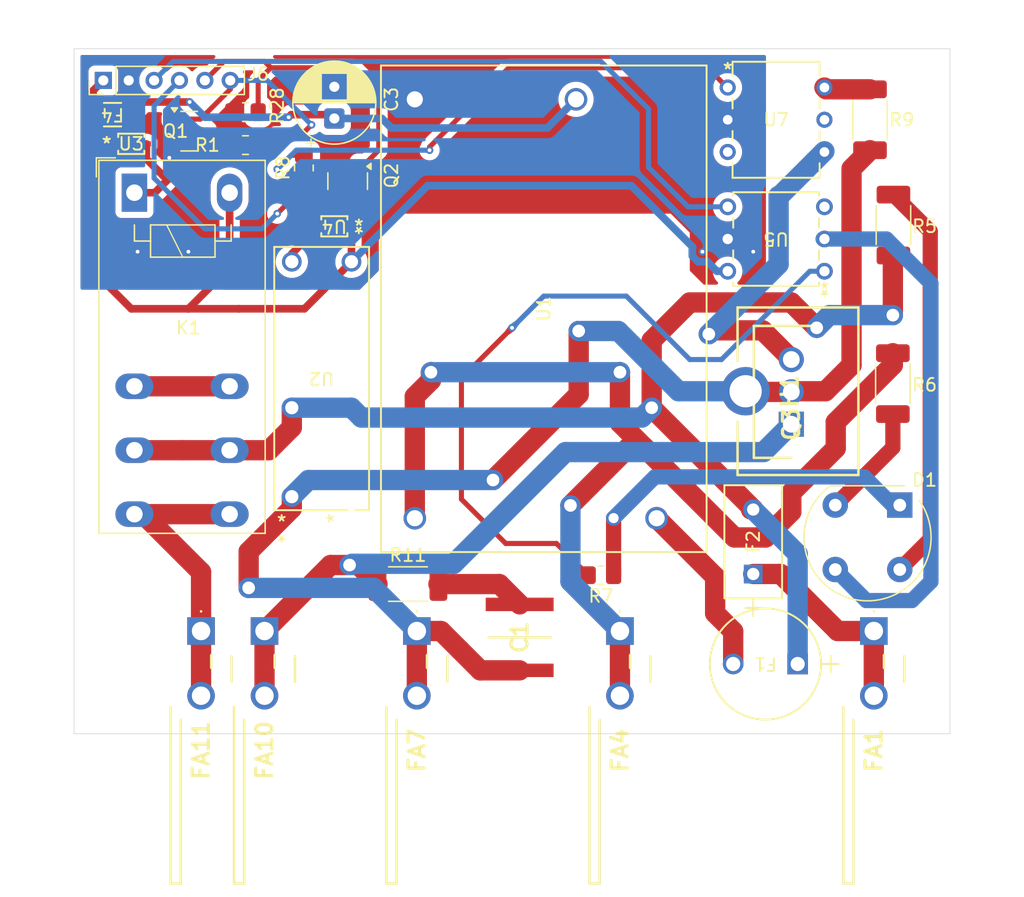
<source format=kicad_pcb>
(kicad_pcb (version 20241229) (generator "pcbnew") (generator_version "9.0")
  (layers (0 "F.Cu" signal) (2 "B.Cu" signal) (13 "F.Paste" user) (15 "B.Paste" user) (5 "F.SilkS" user "F.Silkscreen") (7 "B.SilkS" user "B.Silkscreen") (1 "F.Mask" user) (3 "B.Mask" user) (25 "Edge.Cuts" user))
  (net 0 "")
  (net 1 "GND")
  (net 2 "Net-(U1-+VOUT)")
  (net 3 "230V_L")
  (net 4 "Net-(U1-ACL)")
  (net 5 "Net-(F2-Pad1)")
  (net 6 "230V_N")
  (net 7 "Net-(C1-Pad1)")
  (net 8 "COFFEE_RELAY_L")
  (net 9 "Net-(Q1-D)")
  (net 10 "unconnected-(K1-Pad12)")
  (net 11 "Net-(Q2-D)")
  (net 12 "Net-(D1-+)")
  (net 13 "Net-(D1--)")
  (net 14 "Net-(D1-Pad2)")
  (net 15 "Net-(D1-Pad4)")
  (net 16 "PIN5")
  (net 17 "PIN6")
  (net 18 "Net-(Q3-A1)")
  (net 19 "Net-(R7-Pad2)")
  (net 20 "Net-(R8-Pad2)")
  (net 21 "12V")
  (net 22 "Net-(FA11-Pad1)")
  (net 23 "Net-(Q3-G)")
  (net 27 "PIN3")
  (net 28 "Net-(R9-Pad1)")
  (net 29 "PIN4")
  (footprint "ALDP112:PAN_ALD_PAN" (layer "F.Cu") (at 136.3495 87.3091 180)
    (property "Reference" "U2" (at 2.3495 9.3091 180) (layer "F.SilkS"))
    (property "Value" "ALDP112")
    (fp_text user "*" (at 5.5 -3 180) (layer "F.SilkS"))
    (fp_text user "*" (at 5.5 -2 180) (layer "F.SilkS"))
    (pad "1" thru_hole circle (at 4.7 0 180) (size 1.5494 1.5494) (drill 1.0414) (layers "*.Cu" "*.Mask") (net 8 "COFFEE_RELAY_L"))
    (pad "2" thru_hole circle (at 4.7 7.0104 180) (size 1.5494 1.5494) (drill 1.0414) (layers "*.Cu" "*.Mask") (net 3 "230V_L"))
    (pad "3" thru_hole circle (at 0 18.5166 180) (size 1.5494 1.5494) (drill 1.0414) (layers "*.Cu" "*.Mask") (net 21 "12V"))
    (pad "4" thru_hole circle (at 4.699 18.5166 180) (size 1.5494 1.5494) (drill 1.0414) (layers "*.Cu" "*.Mask") (net 11 "Net-(Q2-D)"))
  )
  (footprint "h11l1:H11L1_ISO" (layer "F.Cu") (at 173.61 69.54 180)
    (property "Reference" "U5" (at 3.81 2.54 180) (layer "F.SilkS"))
    (property "Value" "H11L1")
    (fp_text user "*" (at 0 -1.4224 0) (layer "F.SilkS"))
    (fp_text user "*" (at 0 -1.4224 180) (layer "F.SilkS"))
    (pad "1" thru_hole circle (at 0 0 180) (size 1.3208 1.3208) (drill 0.8128) (layers "*.Cu" "*.Mask") (net 19 "Net-(R7-Pad2)"))
    (pad "2" thru_hole circle (at 0 2.54 180) (size 1.3208 1.3208) (drill 0.8128) (layers "*.Cu" "*.Mask") (net 13 "Net-(D1--)"))
    (pad "3" thru_hole circle (at 0 5.08 180) (size 1.3208 1.3208) (drill 0.8128) (layers "*.Cu" "*.Mask"))
    (pad "4" thru_hole circle (at 7.62 5.08 180) (size 1.3208 1.3208) (drill 0.8128) (layers "*.Cu" "*.Mask") (net 27 "PIN3"))
    (pad "5" thru_hole circle (at 7.62 2.54 180) (size 1.3208 1.3208) (drill 0.8128) (layers "*.Cu" "*.Mask") (net 1 "GND"))
    (pad "6" thru_hole circle (at 7.62 0 180) (size 1.3208 1.3208) (drill 0.8128) (layers "*.Cu" "*.Mask") (net 21 "12V"))
  )
  (footprint "Resistor_SMD:R_2010_5025Metric_Pad1.40x2.65mm_HandSolder" (layer "F.Cu") (at 179 78.4 90)
    (property "Reference" "R6" (at -0.1 2.5 180) (layer "F.SilkS"))
    (property "Value" "47k")
    (pad "1" smd roundrect (at -2.4 0 90) (size 1.4 2.65) (layers "F.Cu" "F.Mask" "F.Paste") (roundrect_rratio 0.178571) (net 14 "Net-(D1-Pad2)"))
    (pad "2" smd roundrect (at 2.4 0 90) (size 1.4 2.65) (layers "F.Cu" "F.Mask" "F.Paste") (roundrect_rratio 0.178571) (net 6 "230V_N"))
  )
  (footprint "ul_0034-6808:FUS_SCHURTER_0034_SCH" (layer "F.Cu") (at 171.5 100.5 180)
    (property "Reference" "F1" (at 2.54 0 180) (layer "F.SilkS"))
    (property "Value" "0034.6808")
    (pad "1" thru_hole rect (at 0 0 180) (size 1.6256 1.6256) (drill 1.1176) (layers "*.Cu" "*.Mask") (net 3 "230V_L"))
    (pad "2" thru_hole circle (at 5.08 0 180) (size 1.6256 1.6256) (drill 1.1176) (layers "*.Cu" "*.Mask") (net 4 "Net-(U1-ACL)"))
  )
  (footprint "Diode_THT:Diode_Bridge_Round_D9.8mm" (layer "F.Cu") (at 179.545 87.975 -90)
    (property "Reference" "D1" (at -1.975 -1.955 180) (layer "F.SilkS"))
    (property "Value" "W04G")
    (pad "1" thru_hole rect (at 0 0 270) (size 2 2) (drill 1) (layers "*.Cu" "*.Mask") (net 12 "Net-(D1-+)"))
    (pad "2" thru_hole oval (at 0 5.08 270) (size 2 2) (drill 1) (layers "*.Cu" "*.Mask") (net 14 "Net-(D1-Pad2)"))
    (pad "3" thru_hole oval (at 5.08 5.08 270) (size 2 2) (drill 1) (layers "*.Cu" "*.Mask") (net 13 "Net-(D1--)"))
    (pad "4" thru_hole oval (at 5.08 0 270) (size 2 2) (drill 1) (layers "*.Cu" "*.Mask") (net 15 "Net-(D1-Pad4)"))
  )
  (footprint "Resistor_SMD:R_0805_2012Metric_Pad1.20x1.40mm_HandSolder" (layer "F.Cu") (at 128 59.6)
    (property "Reference" "R1" (at -3 0 0) (layer "F.SilkS"))
    (property "Value" "10K")
    (pad "1" smd roundrect (at -1 0) (size 1.2 1.4) (layers "F.Cu" "F.Mask" "F.Paste") (roundrect_rratio 0.208333) (net 1 "GND"))
    (pad "2" smd roundrect (at 1 0) (size 1.2 1.4) (layers "F.Cu" "F.Mask" "F.Paste") (roundrect_rratio 0.208333) (net 17 "PIN6"))
  )
  (footprint "Resistor_SMD:R_2010_5025Metric_Pad1.40x2.65mm_HandSolder" (layer "F.Cu") (at 179.045 65.9 90)
    (property "Reference" "R5" (at -0.1 2.455 180) (layer "F.SilkS"))
    (property "Value" "47k")
    (pad "1" smd roundrect (at -2.4 0 90) (size 1.4 2.65) (layers "F.Cu" "F.Mask" "F.Paste") (roundrect_rratio 0.178571) (net 3 "230V_L"))
    (pad "2" smd roundrect (at 2.4 0 90) (size 1.4 2.65) (layers "F.Cu" "F.Mask" "F.Paste") (roundrect_rratio 0.178571) (net 15 "Net-(D1-Pad4)"))
  )
  (footprint "7178DG:7178DG" (layer "F.Cu") (at 167.4 79 90)
    (property "Reference" "H1" (at 0 3.49 90) (layer "F.SilkS") (effects (font (size 1.27 1.27) (thickness 0.254))))
    (property "Value" "7178DG" (hide yes))
    (pad "1" thru_hole circle (at 0 0 90) (size 3.81 3.81) (drill 2.54) (layers "*.Cu" "*.Mask") (net 8 "COFFEE_RELAY_L"))
  )
  (footprint "MOC3021M:PDIP6_BX_ONS" (layer "F.Cu") (at 165.99 55.06)
    (property "Reference" "U7" (at 3.81 2.54 0) (layer "F.SilkS"))
    (property "Value" "MOC3021M")
    (fp_text user "*" (at 0 -1.397 0) (layer "F.SilkS"))
    (fp_text user "*" (at 0 -1.397 0) (layer "F.SilkS"))
    (pad "1" thru_hole circle (at 0 0) (size 1.27 1.27) (drill 0.762) (layers "*.Cu" "*.Mask") (net 20 "Net-(R8-Pad2)"))
    (pad "2" thru_hole circle (at 0 2.54) (size 1.27 1.27) (drill 0.762) (layers "*.Cu" "*.Mask") (net 1 "GND"))
    (pad "3" thru_hole circle (at 0 5.08) (size 1.27 1.27) (drill 0.762) (layers "*.Cu" "*.Mask"))
    (pad "4" thru_hole circle (at 7.62 5.08) (size 1.27 1.27) (drill 0.762) (layers "*.Cu" "*.Mask") (net 23 "Net-(Q3-G)"))
    (pad "5" thru_hole circle (at 7.62 2.54) (size 1.27 1.27) (drill 0.762) (layers "*.Cu" "*.Mask"))
    (pad "6" thru_hole circle (at 7.62 0) (size 1.27 1.27) (drill 0.762) (layers "*.Cu" "*.Mask") (net 28 "Net-(R9-Pad1)"))
  )
  (footprint "160650-2:1606502" (layer "F.Cu") (at 177.5 97.9 -90)
    (property "Reference" "FA1" (at 9.406 0 270) (layer "F.SilkS") (effects (font (size 1.27 1.27) (thickness 0.254))))
    (property "Value" "230 Live" (hide yes))
    (pad "1" thru_hole rect (at 0 0 270) (size 2.175 2.175) (drill 1.45) (layers "*.Cu" "*.Mask") (net 5 "Net-(F2-Pad1)"))
    (pad "2" thru_hole circle (at 5.1 0 270) (size 2.175 2.175) (drill 1.45) (layers "*.Cu" "*.Mask") (net 5 "Net-(F2-Pad1)"))
  )
  (footprint "VJ2220Y103KXUSTX2:CAPC5651X218N" (layer "F.Cu") (at 149.6 98.4 -90)
    (property "Reference" "C1" (at 0 0 270) (layer "F.SilkS") (effects (font (size 1.27 1.27) (thickness 0.254))))
    (property "Value" "VJ2220Y103KXUSTX2" (hide yes))
    (pad "1" smd rect (at -2.6 0 270) (size 1.06 5.35) (layers "F.Cu" "F.Mask" "F.Paste") (net 7 "Net-(C1-Pad1)"))
    (pad "2" smd rect (at 2.6 0 270) (size 1.06 5.35) (layers "F.Cu" "F.Mask" "F.Paste") (net 8 "COFFEE_RELAY_L"))
  )
  (footprint "160650-2:1606502" (layer "F.Cu") (at 124.5 97.9 -90)
    (property "Reference" "FA11" (at 9.406 0 270) (layer "F.SilkS") (effects (font (size 1.27 1.27) (thickness 0.254))))
    (property "Value" "Pump Relay" (hide yes))
    (pad "1" thru_hole rect (at 0 0 270) (size 2.175 2.175) (drill 1.45) (layers "*.Cu" "*.Mask") (net 22 "Net-(FA11-Pad1)"))
    (pad "2" thru_hole circle (at 5.1 0 270) (size 2.175 2.175) (drill 1.45) (layers "*.Cu" "*.Mask") (net 22 "Net-(FA11-Pad1)"))
  )
  (footprint "BAT46WJ-115:SC-90_SOD323F_NEX" (layer "F.Cu") (at 119 59.5)
    (property "Reference" "U3" (at 0 0 0) (layer "F.SilkS"))
    (property "Value" "BAT46WJ_115")
    (fp_text user "*" (at -1.9304 0 0) (layer "F.SilkS"))
    (fp_text user "*" (at -1.9304 0 0) (layer "F.SilkS"))
    (pad "1" smd rect (at -1.1938 0) (size 0.7112 0.4064) (layers "F.Cu" "F.Mask" "F.Paste") (net 21 "12V"))
    (pad "2" smd rect (at 1.1938 0) (size 0.7112 0.4064) (layers "F.Cu" "F.Mask" "F.Paste") (net 9 "Net-(Q1-D)"))
    (zone (net 0) (net_name "") (layer "F.Cu") (connect_pads (clearance 0)) (min_thickness 0.254)
      (keepout (tracks not_allowed) (vias not_allowed) (pads allowed) (copperpour not_allowed) (footprints allowed))
      (fill (thermal_gap 0.508) (thermal_bridge_width 0.508))
      (polygon (pts (xy 118.2126 58.8777) (xy 119.7874 58.8777) (xy 119.7874 60.1223) (xy 118.2126 60.1223)))
    )
  )
  (footprint "Resistor_SMD:R_2010_5025Metric_Pad1.40x2.65mm_HandSolder" (layer "F.Cu") (at 140.8 94.2)
    (property "Reference" "R11" (at 0 -2.28 0) (layer "F.SilkS"))
    (property "Value" "39")
    (pad "1" smd roundrect (at -2.4 0) (size 1.4 2.65) (layers "F.Cu" "F.Mask" "F.Paste") (roundrect_rratio 0.178571) (net 18 "Net-(Q3-A1)"))
    (pad "2" smd roundrect (at 2.4 0) (size 1.4 2.65) (layers "F.Cu" "F.Mask" "F.Paste") (roundrect_rratio 0.178571) (net 7 "Net-(C1-Pad1)"))
  )
  (footprint "Relay_THT:Relay_SPDT_Schrack-RT1-16A-FormC_RM5mm" (layer "F.Cu") (at 119.25 63.35 -90)
    (property "Reference" "K1" (at 10.65 -4.25 180) (layer "F.SilkS"))
    (property "Value" "RT314A12")
    (pad "11" thru_hole oval (at 20.3 -7.5 90) (size 2 3) (drill 1.3) (layers "*.Cu" "*.Mask") (net 3 "230V_L"))
    (pad "11" thru_hole oval (at 20.3 0 90) (size 2 3) (drill 1.3) (layers "*.Cu" "*.Mask") (net 3 "230V_L"))
    (pad "12" thru_hole oval (at 15.26 -7.5 90) (size 2 3) (drill 1.3) (layers "*.Cu" "*.Mask") (net 10 "unconnected-(K1-Pad12)"))
    (pad "12" thru_hole oval (at 15.26 0 90) (size 2 3) (drill 1.3) (layers "*.Cu" "*.Mask") (net 10 "unconnected-(K1-Pad12)"))
    (pad "14" thru_hole oval (at 25.34 -7.5 90) (size 2 3) (drill 1.3) (layers "*.Cu" "*.Mask") (net 22 "Net-(FA11-Pad1)"))
    (pad "14" thru_hole oval (at 25.34 0 90) (size 2 3) (drill 1.3) (layers "*.Cu" "*.Mask") (net 22 "Net-(FA11-Pad1)"))
    (pad "A1" thru_hole rect (at 0 0 90) (size 3 2) (drill 1.3) (layers "*.Cu" "*.Mask") (net 9 "Net-(Q1-D)"))
    (pad "A2" thru_hole oval (at 0 -7.5 90) (size 3 2) (drill 1.3) (layers "*.Cu" "*.Mask") (net 21 "12V"))
  )
  (footprint "Resistor_SMD:R_0805_2012Metric_Pad1.20x1.40mm_HandSolder" (layer "F.Cu") (at 156 93.5 180)
    (property "Reference" "R7" (at 0 -1.65 0) (layer "F.SilkS"))
    (property "Value" "1k")
    (pad "1" smd roundrect (at -1 0 180) (size 1.2 1.4) (layers "F.Cu" "F.Mask" "F.Paste") (roundrect_rratio 0.208333) (net 12 "Net-(D1-+)"))
    (pad "2" smd roundrect (at 1 0 180) (size 1.2 1.4) (layers "F.Cu" "F.Mask" "F.Paste") (roundrect_rratio 0.208333) (net 19 "Net-(R7-Pad2)"))
  )
  (footprint "MountingHole:ToolingHole_1.152mm" (layer "F.Cu") (at 117 103.5)
    (property "Reference" "REF**" (hide yes))
    (property "Value" "ToolingHole_1.152mm")
    (pad "" np_thru_hole circle (at 0 0) (size 1.152 1.152) (drill 1.152) (layers "*.Cu" "*.Mask"))
    (zone (net 0) (net_name "") (layers "F.Cu" "B.Cu") (connect_pads (clearance 0)) (min_thickness 0.25)
      (keepout (tracks not_allowed) (vias allowed) (pads allowed) (copperpour not_allowed) (footprints not_allowed))
      (fill (thermal_gap 0.5) (thermal_bridge_width 0.5))
      (polygon (pts (xy 117.7 103.5) (xy 117.679659 103.332479) (xy 117.619819 103.174694) (xy 117.523958 103.035814) (xy 117.397645 102.923911) (xy 117.248223 102.845489) (xy 117.084376 102.805104) (xy 116.915624 102.805104) (xy 116.751777 102.845489) (xy 116.602355 102.923911) (xy 116.476042 103.035814) (xy 116.380181 103.174694) (xy 116.320341 103.332479) (xy 116.3 103.5) (xy 116.320341 103.667521) (xy 116.380181 103.825306) (xy 116.476042 103.964186) (xy 116.602355 104.076089) (xy 116.751777 104.154511) (xy 116.915624 104.194896) (xy 117.084376 104.194896) (xy 117.248223 104.154511) (xy 117.397645 104.076089) (xy 117.523958 103.964186) (xy 117.619819 103.825306) (xy 117.679659 103.667521)))
    )
  )
  (footprint "Package_TO_SOT_SMD:SOT-23" (layer "F.Cu") (at 123.5625 58.5)
    (property "Reference" "Q1" (at -1.0625 0 0) (layer "F.SilkS"))
    (property "Value" "BSS138")
    (pad "1" smd roundrect (at -0.9375 -0.95) (size 1.475 0.6) (layers "F.Cu" "F.Mask" "F.Paste") (net 17 "PIN6"))
    (pad "2" smd roundrect (at -0.9375 0.95) (size 1.475 0.6) (layers "F.Cu" "F.Mask" "F.Paste") (net 1 "GND"))
    (pad "3" smd roundrect (at 0.9375 0) (size 1.475 0.6) (layers "F.Cu" "F.Mask" "F.Paste") (net 9 "Net-(Q1-D)"))
  )
  (footprint "3413-0215-22:FUS1206_24N_SCH" (layer "F.Cu") (at 117.5268 57.2 180)
    (property "Reference" "F4" (at 0 0 180) (layer "F.SilkS"))
    (property "Value" "3413.0215.22")
    (pad "1" smd rect (at -1.4732 0 180) (size 0.9652 1.6002) (layers "F.Cu" "F.Mask" "F.Paste") (net 2 "Net-(U1-+VOUT)"))
    (pad "2" smd rect (at 1.4732 0 180) (size 0.9652 1.6002) (layers "F.Cu" "F.Mask" "F.Paste") (net 21 "12V"))
    (zone (net 0) (net_name "") (layer "F.Cu") (connect_pads (clearance 0)) (min_thickness 0.254)
      (keepout (tracks not_allowed) (vias not_allowed) (pads allowed) (copperpour not_allowed) (footprints allowed))
      (fill (thermal_gap 0.508) (thermal_bridge_width 0.508))
      (polygon (pts (xy 118.4666 57.9493) (xy 116.587 57.9493) (xy 116.587 56.4507) (xy 118.4666 56.4507)))
    )
  )
  (footprint "Resistor_SMD:R_0805_2012Metric_Pad1.20x1.40mm_HandSolder" (layer "F.Cu") (at 132.6 61.4 90)
    (property "Reference" "R8" (at 0 -1.65 90) (layer "F.SilkS"))
    (property "Value" "86.6")
    (pad "1" smd roundrect (at -1 0 90) (size 1.2 1.4) (layers "F.Cu" "F.Mask" "F.Paste") (roundrect_rratio 0.208333) (net 29 "PIN4"))
    (pad "2" smd roundrect (at 1 0 90) (size 1.2 1.4) (layers "F.Cu" "F.Mask" "F.Paste") (roundrect_rratio 0.208333) (net 20 "Net-(R8-Pad2)"))
  )
  (footprint "160650-2:1606502" (layer "F.Cu") (at 157.5 97.9 -90)
    (property "Reference" "FA4" (at 9.406 0 270) (layer "F.SilkS") (effects (font (size 1.27 1.27) (thickness 0.254))))
    (property "Value" "230 Neutral" (hide yes))
    (pad "1" thru_hole rect (at 0 0 270) (size 2.175 2.175) (drill 1.45) (layers "*.Cu" "*.Mask") (net 6 "230V_N"))
    (pad "2" thru_hole circle (at 5.1 0 270) (size 2.175 2.175) (drill 1.45) (layers "*.Cu" "*.Mask") (net 6 "230V_N"))
  )
  (footprint "bat16-600:TO255P460X1020X2005-3P" (layer "F.Cu") (at 171 81.6 90)
    (property "Reference" "Q3" (at 0 0 90) (layer "F.SilkS") (effects (font (size 1.27 1.27) (thickness 0.254))))
    (property "Value" "BTA16-600BWRG" (hide yes))
    (pad "1" thru_hole rect (at 0 0 90) (size 1.98 1.98) (drill 1.32) (layers "*.Cu" "*.Mask") (net 18 "Net-(Q3-A1)"))
    (pad "2" thru_hole circle (at 2.55 0 90) (size 1.98 1.98) (drill 1.32) (layers "*.Cu" "*.Mask") (net 8 "COFFEE_RELAY_L"))
    (pad "3" thru_hole circle (at 5.1 0 90) (size 1.98 1.98) (drill 1.32) (layers "*.Cu" "*.Mask") (net 23 "Net-(Q3-G)"))
  )
  (footprint "160650-2:1606502" (layer "F.Cu") (at 129.5 97.9 -90)
    (property "Reference" "FA10" (at 9.406 0 270) (layer "F.SilkS") (effects (font (size 1.27 1.27) (thickness 0.254))))
    (property "Value" "PumpOut" (hide yes))
    (pad "1" thru_hole rect (at 0 0 270) (size 2.175 2.175) (drill 1.45) (layers "*.Cu" "*.Mask") (net 18 "Net-(Q3-A1)"))
    (pad "2" thru_hole circle (at 5.1 0 270) (size 2.175 2.175) (drill 1.45) (layers "*.Cu" "*.Mask") (net 18 "Net-(Q3-A1)"))
  )
  (footprint "Capacitor_THT:CP_Radial_D6.3mm_P2.50mm" (layer "F.Cu") (at 135 57.5 90)
    (property "Reference" "C3" (at 1.5 4.5 90) (layer "F.SilkS"))
    (property "Value" "100uF")
    (pad "1" thru_hole roundrect (at 0 0 90) (size 1.6 1.6) (drill 0.8) (layers "*.Cu" "*.Mask") (roundrect_rratio 0.15625) (net 2 "Net-(U1-+VOUT)"))
    (pad "2" thru_hole circle (at 2.5 0 90) (size 1.6 1.6) (drill 0.8) (layers "*.Cu" "*.Mask") (net 1 "GND"))
  )
  (footprint "Resistor_SMD:R_2010_5025Metric_Pad1.40x2.65mm_HandSolder" (layer "F.Cu") (at 177.2 57.6 -90)
    (property "Reference" "R9" (at 0 -2.5 0) (layer "F.SilkS"))
    (property "Value" "330")
    (pad "1" smd roundrect (at -2.4 0 270) (size 1.4 2.65) (layers "F.Cu" "F.Mask" "F.Paste") (roundrect_rratio 0.178571) (net 28 "Net-(R9-Pad1)"))
    (pad "2" smd roundrect (at 2.4 0 270) (size 1.4 2.65) (layers "F.Cu" "F.Mask" "F.Paste") (roundrect_rratio 0.178571) (net 8 "COFFEE_RELAY_L"))
  )
  (footprint "160650-2:1606502" (layer "F.Cu") (at 141.5 97.9 -90)
    (property "Reference" "FA7" (at 9.406 0 270) (layer "F.SilkS") (effects (font (size 1.27 1.27) (thickness 0.254))))
    (property "Value" "Coffee Relay" (hide yes))
    (pad "1" thru_hole rect (at 0 0 270) (size 2.175 2.175) (drill 1.45) (layers "*.Cu" "*.Mask") (net 8 "COFFEE_RELAY_L"))
    (pad "2" thru_hole circle (at 5.1 0 270) (size 2.175 2.175) (drill 1.45) (layers "*.Cu" "*.Mask") (net 8 "COFFEE_RELAY_L"))
  )
  (footprint "Resistor_SMD:R_0805_2012Metric_Pad1.20x1.40mm_HandSolder" (layer "F.Cu") (at 128 57)
    (property "Reference" "R28" (at 2.5 -0.5 90) (layer "F.SilkS"))
    (property "Value" "10K")
    (pad "1" smd roundrect (at -1 0) (size 1.2 1.4) (layers "F.Cu" "F.Mask" "F.Paste") (roundrect_rratio 0.208333) (net 1 "GND"))
    (pad "2" smd roundrect (at 1 0) (size 1.2 1.4) (layers "F.Cu" "F.Mask" "F.Paste") (roundrect_rratio 0.208333) (net 16 "PIN5"))
  )
  (footprint "MountingHole:ToolingHole_1.152mm" (layer "F.Cu") (at 181 54.5)
    (property "Reference" "REF**" (hide yes))
    (property "Value" "ToolingHole_1.152mm")
    (pad "" np_thru_hole circle (at 0 0) (size 1.152 1.152) (drill 1.152) (layers "*.Cu" "*.Mask"))
    (zone (net 0) (net_name "") (layers "F.Cu" "B.Cu") (connect_pads (clearance 0)) (min_thickness 0.25)
      (keepout (tracks not_allowed) (vias allowed) (pads allowed) (copperpour not_allowed) (footprints not_allowed))
      (fill (thermal_gap 0.5) (thermal_bridge_width 0.5))
      (polygon (pts (xy 181.7 54.5) (xy 181.679659 54.332479) (xy 181.619819 54.174694) (xy 181.523958 54.035814) (xy 181.397645 53.923911) (xy 181.248223 53.845489) (xy 181.084376 53.805104) (xy 180.915624 53.805104) (xy 180.751777 53.845489) (xy 180.602355 53.923911) (xy 180.476042 54.035814) (xy 180.380181 54.174694) (xy 180.320341 54.332479) (xy 180.3 54.5) (xy 180.320341 54.667521) (xy 180.380181 54.825306) (xy 180.476042 54.964186) (xy 180.602355 55.076089) (xy 180.751777 55.154511) (xy 180.915624 55.194896) (xy 181.084376 55.194896) (xy 181.248223 55.154511) (xy 181.397645 55.076089) (xy 181.523958 54.964186) (xy 181.619819 54.825306) (xy 181.679659 54.667521)))
    )
  )
  (footprint "ECE10US05:RELAY4_ECE10_XPR" (layer "F.Cu") (at 142.61 89.01 90)
    (property "Reference" "U1" (at 16.51 8.89 90) (layer "F.SilkS"))
    (property "Value" "ECE10US12")
    (fp_text user "*" (at 0 -7.62 90) (layer "F.SilkS"))
    (fp_text user "*" (at 0 -7.62 90) (layer "F.SilkS"))
    (pad "1" thru_hole circle (at 0 -1.27 90) (size 1.778 1.778) (drill 1.27) (layers "*.Cu" "*.Mask") (net 6 "230V_N"))
    (pad "2" thru_hole circle (at 0 17.78 90) (size 1.778 1.778) (drill 1.27) (layers "*.Cu" "*.Mask") (net 4 "Net-(U1-ACL)"))
    (pad "3" thru_hole circle (at 33.02 -1.27 90) (size 1.778 1.778) (drill 1.27) (layers "*.Cu" "*.Mask") (net 1 "GND"))
    (pad "4" thru_hole circle (at 33.02 11.43 90) (size 1.778 1.778) (drill 1.27) (layers "*.Cu" "*.Mask") (net 2 "Net-(U1-+VOUT)"))
  )
  (footprint "0697H9100-02:0697_BEL" (layer "F.Cu") (at 168 93.405 90)
    (property "Reference" "F2" (at 2.54 0 90) (layer "F.SilkS"))
    (property "Value" "0697H9100-02")
    (pad "1" thru_hole rect (at 0 0 90) (size 1.4732 1.4732) (drill 0.9652) (layers "*.Cu" "*.Mask") (net 5 "Net-(F2-Pad1)"))
    (pad "2" thru_hole circle (at 5.08 0 90) (size 1.4732 1.4732) (drill 0.9652) (layers "*.Cu" "*.Mask") (net 3 "230V_L"))
  )
  (footprint "Connector_PinHeader_2.00mm:PinHeader_1x06_P2.00mm_Vertical" (layer "F.Cu") (at 116.8 54.5 90)
    (property "Reference" "J6" (at 0.5 12.2 180) (layer "F.SilkS"))
    (property "Value" "Controller board")
    (pad "1" thru_hole rect (at 0 0 90) (size 1.35 1.35) (drill 0.8) (layers "*.Cu" "*.Mask") (net 21 "12V"))
    (pad "2" thru_hole circle (at 0 2 90) (size 1.35 1.35) (drill 0.8) (layers "*.Cu" "*.Mask") (net 1 "GND"))
    (pad "3" thru_hole circle (at 0 4 90) (size 1.35 1.35) (drill 0.8) (layers "*.Cu" "*.Mask") (net 27 "PIN3"))
    (pad "4" thru_hole circle (at 0 6 90) (size 1.35 1.35) (drill 0.8) (layers "*.Cu" "*.Mask") (net 29 "PIN4"))
    (pad "5" thru_hole circle (at 0 8 90) (size 1.35 1.35) (drill 0.8) (layers "*.Cu" "*.Mask") (net 16 "PIN5"))
    (pad "6" thru_hole circle (at 0 10 90) (size 1.35 1.35) (drill 0.8) (layers "*.Cu" "*.Mask") (net 17 "PIN6"))
  )
  (footprint "BAT46WJ-115:SC-90_SOD323F_NEX" (layer "F.Cu") (at 135 66 180)
    (property "Reference" "U4" (at 0 0 180) (layer "F.SilkS"))
    (property "Value" "BAT46WJ_115")
    (fp_text user "*" (at -1.9304 0 180) (layer "F.SilkS"))
    (fp_text user "*" (at -1.9304 0 180) (layer "F.SilkS"))
    (pad "1" smd rect (at -1.1938 0 180) (size 0.7112 0.4064) (layers "F.Cu" "F.Mask" "F.Paste") (net 21 "12V"))
    (pad "2" smd rect (at 1.1938 0 180) (size 0.7112 0.4064) (layers "F.Cu" "F.Mask" "F.Paste") (net 11 "Net-(Q2-D)"))
    (zone (net 0) (net_name "") (layer "F.Cu") (connect_pads (clearance 0)) (min_thickness 0.254)
      (keepout (tracks not_allowed) (vias not_allowed) (pads allowed) (copperpour not_allowed) (footprints allowed))
      (fill (thermal_gap 0.508) (thermal_bridge_width 0.508))
      (polygon (pts (xy 135.7874 66.6223) (xy 134.2126 66.6223) (xy 134.2126 65.3777) (xy 135.7874 65.3777)))
    )
  )
  (footprint "Package_TO_SOT_SMD:SOT-23" (layer "F.Cu") (at 136.05 62.4375 -90)
    (property "Reference" "Q2" (at -0.4375 -3.45 90) (layer "F.SilkS"))
    (property "Value" "BSS138")
    (pad "1" smd roundrect (at -0.9375 -0.95 270) (size 1.475 0.6) (layers "F.Cu" "F.Mask" "F.Paste") (net 16 "PIN5"))
    (pad "2" smd roundrect (at -0.9375 0.95 270) (size 1.475 0.6) (layers "F.Cu" "F.Mask" "F.Paste") (net 1 "GND"))
    (pad "3" smd roundrect (at 0.9375 0 270) (size 1.475 0.6) (layers "F.Cu" "F.Mask" "F.Paste") (net 11 "Net-(Q2-D)"))
  )
  (gr_rect (start 114.5 52) (end 183.5 106) (stroke (width 0.05)) (fill no) (layer "Edge.Cuts"))
  (via (at 119.5 68) (size 0.6) (drill 0.3) (layers "F.Cu" "B.Cu") (net 1))
  (via (at 123.502872 68) (size 0.6) (drill 0.3) (layers "F.Cu" "B.Cu") (net 1))
  (via (at 164 68) (size 0.6) (drill 0.3) (layers "F.Cu" "B.Cu") (net 1))
  (via (at 122 60.6) (size 0.6) (drill 0.3) (layers "F.Cu" "B.Cu") (net 1))
  (via (at 168 68) (size 0.6) (drill 0.3) (layers "F.Cu" "B.Cu") (net 1))
  (segment (start 131.601 57.199) (end 131.4 57.4) (width 0.6) (layer "F.Cu") (net 2))
  (segment (start 135 57.5) (end 134.699 57.199) (width 0.6) (layer "F.Cu") (net 2))
  (segment (start 120 56.2) (end 123.6 56.2) (width 0.6) (layer "F.Cu") (net 2))
  (segment (start 134.699 57.199) (end 131.601 57.199) (width 0.6) (layer "F.Cu") (net 2))
  (segment (start 119 57.2) (end 120 56.2) (width 0.6) (layer "F.Cu") (net 2))
  (via (at 131.4 57.4) (size 0.6) (drill 0.3) (layers "F.Cu" "B.Cu") (net 2))
  (via (at 123.6 56.2) (size 0.6) (drill 0.3) (layers "F.Cu" "B.Cu") (net 2))
  (segment (start 138.75 57.5) (end 139.5 58.25) (width 0.6) (layer "B.Cu") (net 2))
  (segment (start 124.8 57.4) (end 131.4 57.4) (width 0.6) (layer "B.Cu") (net 2))
  (segment (start 139.5 58.25) (end 151.78 58.25) (width 0.6) (layer "B.Cu") (net 2))
  (segment (start 151.78 58.25) (end 154.030029 55.999971) (width 0.6) (layer "B.Cu") (net 2))
  (segment (start 123.6 56.2) (end 124.8 57.4) (width 0.6) (layer "B.Cu") (net 2))
  (segment (start 135 57.5) (end 138.75 57.5) (width 0.6) (layer "B.Cu") (net 2))
  (segment (start 131.6495 81.8505) (end 129.85 83.65) (width 1.6) (layer "F.Cu") (net 3))
  (segment (start 168 88.325) (end 168 88.3) (width 1.6) (layer "F.Cu") (net 3))
  (segment (start 119.25 83.65) (end 123 83.65) (width 1.6) (layer "F.Cu") (net 3))
  (segment (start 168 88.3) (end 160 80.3) (width 1.6) (layer "F.Cu") (net 3))
  (segment (start 160 75) (end 160 80.3) (width 1.6) (layer "F.Cu") (net 3))
  (segment (start 171 72) (end 163 72) (width 1.6) (layer "F.Cu") (net 3))
  (segment (start 123 83.65) (end 126.75 83.65) (width 1.6) (layer "F.Cu") (net 3))
  (segment (start 129.85 83.65) (end 126.75 83.65) (width 1.6) (layer "F.Cu") (net 3))
  (segment (start 179 73) (end 179 68.345) (width 1.6) (layer "F.Cu") (net 3))
  (segment (start 168 88.325) (end 167.825 88.325) (width 1.6) (layer "F.Cu") (net 3))
  (segment (start 131.6495 80.2987) (end 131.6495 81.8505) (width 1.6) (layer "F.Cu") (net 3))
  (segment (start 163 72) (end 160 75) (width 1.6) (layer "F.Cu") (net 3))
  (segment (start 173 74) (end 171 72) (width 1.6) (layer "F.Cu") (net 3))
  (segment (start 179 68.345) (end 179.045 68.3) (width 1.6) (layer "F.Cu") (net 3))
  (via (at 179 73) (size 1.6) (drill 1) (layers "F.Cu" "B.Cu") (net 3))
  (via (at 160 80.3) (size 1.6) (drill 1) (layers "F.Cu" "B.Cu") (net 3))
  (via (at 173 74) (size 1.6) (drill 1) (layers "F.Cu" "B.Cu") (net 3))
  (segment (start 171.5 91.825) (end 168 88.325) (width 1.6) (layer "B.Cu") (net 3))
  (segment (start 137.1242 81.0734) (end 159.2266 81.0734) (width 1.6) (layer "B.Cu") (net 3))
  (segment (start 136.3495 80.2987) (end 137.1242 81.0734) (width 1.6) (layer "B.Cu") (net 3))
  (segment (start 131.6495 80.2987) (end 136.3495 80.2987) (width 1.6) (layer "B.Cu") (net 3))
  (segment (start 179 73) (end 174 73) (width 1.6) (layer "B.Cu") (net 3))
  (segment (start 171.5 100.5) (end 171.5 91.825) (width 1.6) (layer "B.Cu") (net 3))
  (segment (start 174 73) (end 173 74) (width 1.6) (layer "B.Cu") (net 3))
  (segment (start 159.2266 81.0734) (end 160 80.3) (width 1.6) (layer "B.Cu") (net 3))
  (segment (start 166.42 97.92) (end 165 96.5) (width 1.6) (layer "F.Cu") (net 4))
  (segment (start 166.42 100.5) (end 166.42 97.92) (width 1.6) (layer "F.Cu") (net 4))
  (segment (start 165 93.62) (end 165 94.25) (width 1.6) (layer "F.Cu") (net 4))
  (segment (start 165 96.5) (end 165 94.25) (width 1.6) (layer "F.Cu") (net 4))
  (segment (start 160.39 89.01) (end 165 93.62) (width 1.6) (layer "F.Cu") (net 4))
  (segment (start 170.155 93.405) (end 174.65 97.9) (width 1.6) (layer "F.Cu") (net 5))
  (segment (start 177.5 97.9) (end 177.5 103) (width 1.6) (layer "F.Cu") (net 5))
  (segment (start 174.65 97.9) (end 177.5 97.9) (width 1.6) (layer "F.Cu") (net 5))
  (segment (start 168 93.405) (end 170.155 93.405) (width 1.6) (layer "F.Cu") (net 5))
  (segment (start 157.5 97.9) (end 157.5 103) (width 1.6) (layer "F.Cu") (net 6))
  (segment (start 142.61 77.5) (end 142.61 78.14) (width 1.6) (layer "F.Cu") (net 6))
  (segment (start 168.974 90.526) (end 171 88.5) (width 1.6) (layer "F.Cu") (net 6))
  (segment (start 171 88.5) (end 171 87) (width 1.6) (layer "F.Cu") (net 6))
  (segment (start 174.5 81.433206) (end 179 76.933206) (width 1.6) (layer "F.Cu") (net 6))
  (segment (start 159.4 83.4) (end 166.526 90.526) (width 1.6) (layer "F.Cu") (net 6))
  (segment (start 171 87) (end 174.5 83.5) (width 1.6) (layer "F.Cu") (net 6))
  (segment (start 174.5 83.5) (end 174.5 81.433206) (width 1.6) (layer "F.Cu") (net 6))
  (segment (start 142.61 78.14) (end 141.34 79.41) (width 1.6) (layer "F.Cu") (net 6))
  (segment (start 157.5 81.5) (end 159.4 83.4) (width 1.6) (layer "F.Cu") (net 6))
  (segment (start 166.526 90.526) (end 168.974 90.526) (width 1.6) (layer "F.Cu") (net 6))
  (segment (start 158.2 83.4) (end 153.6 88) (width 1.6) (layer "F.Cu") (net 6))
  (segment (start 179 76.933206) (end 179 76) (width 1.6) (layer "F.Cu") (net 6))
  (segment (start 159.4 83.4) (end 158.2 83.4) (width 1.6) (layer "F.Cu") (net 6))
  (segment (start 141.34 79.41) (end 141.34 89.01) (width 1.6) (layer "F.Cu") (net 6))
  (segment (start 157.5 77.5) (end 157.5 81.5) (width 1.6) (layer "F.Cu") (net 6))
  (via (at 142.61 77.5) (size 1.6) (drill 1) (layers "F.Cu" "B.Cu") (net 6))
  (via (at 153.6 88) (size 1.6) (drill 1) (layers "F.Cu" "B.Cu") (net 6))
  (via (at 157.5 77.5) (size 1.6) (drill 1) (layers "F.Cu" "B.Cu") (net 6))
  (segment (start 142.61 77.5) (end 157.5 77.5) (width 1.6) (layer "B.Cu") (net 6))
  (segment (start 153.6 94) (end 157.5 97.9) (width 1.6) (layer "B.Cu") (net 6))
  (segment (start 153.6 88) (end 153.6 94) (width 1.6) (layer "B.Cu") (net 6))
  (segment (start 143.2 94.2) (end 148 94.2) (width 1.6) (layer "F.Cu") (net 7))
  (segment (start 148 94.2) (end 149.6 95.8) (width 1.6) (layer "F.Cu") (net 7))
  (segment (start 144.9 99.4) (end 146.5 101) (width 1.6) (layer "F.Cu") (net 8))
  (segment (start 141.5 97.9) (end 143.4 97.9) (width 1.6) (layer "F.Cu") (net 8))
  (segment (start 175.7443 61.6557) (end 175.7443 61.4557) (width 0.4) (layer "F.Cu") (net 8))
  (segment (start 173.6886 79) (end 175.7443 76.9443) (width 1.6) (layer "F.Cu") (net 8))
  (segment (start 146.5 101) (end 149.6 101) (width 1.6) (layer "F.Cu") (net 8))
  (segment (start 154.25 79.25) (end 147.5 86) (width 1.6) (layer "F.Cu") (net 8))
  (segment (start 141.5 103) (end 141.5 97.9) (width 1.6) (layer "F.Cu") (net 8))
  (segment (start 171 79.05) (end 167.45 79.05) (width 1.6) (layer "F.Cu") (net 8))
  (segment (start 128.25 91.637316) (end 131.6495 88.237816) (width 1.6) (layer "F.Cu") (net 8))
  (segment (start 131.6495 88.237816) (end 131.6495 87.3091) (width 1.6) (layer "F.Cu") (net 8))
  (segment (start 143.4 97.9) (end 144.9 99.4) (width 1.6) (layer "F.Cu") (net 8))
  (segment (start 154.25 74.25) (end 154.25 79.25) (width 1.6) (layer "F.Cu") (net 8))
  (segment (start 167.45 79.05) (end 167.4 79) (width 0.4) (layer "F.Cu") (net 8))
  (segment (start 175.7443 61.6557) (end 175.7443 76.9443) (width 1.6) (layer "F.Cu") (net 8))
  (segment (start 175.7443 61.4557) (end 177.2 60) (width 1.6) (layer "F.Cu") (net 8))
  (segment (start 171 79) (end 173.6886 79) (width 1.6) (layer "F.Cu") (net 8))
  (segment (start 128.25 94.5) (end 128.25 91.637316) (width 1.6) (layer "F.Cu") (net 8))
  (via (at 128.25 94.5) (size 1.6) (drill 1) (layers "F.Cu" "B.Cu") (net 8))
  (via (at 154.25 74.25) (size 1.6) (drill 1) (layers "F.Cu" "B.Cu") (net 8))
  (via (at 147.5 86) (size 1.6) (drill 1) (layers "F.Cu" "B.Cu") (net 8))
  (segment (start 138.1 94.5) (end 141.5 97.9) (width 1.6) (layer "B.Cu") (net 8))
  (segment (start 157.362684 74.25) (end 162.112684 79) (width 1.6) (layer "B.Cu") (net 8))
  (segment (start 162.112684 79) (end 167.4 79) (width 1.6) (layer "B.Cu") (net 8))
  (segment (start 128.25 94.5) (end 138.1 94.5) (width 1.6) (layer "B.Cu") (net 8))
  (segment (start 157.362684 74.25) (end 154.25 74.25) (width 1.6) (layer "B.Cu") (net 8))
  (segment (start 131.6495 87.3091) (end 132.9586 86) (width 1.6) (layer "B.Cu") (net 8))
  (segment (start 132.9586 86) (end 147.5 86) (width 1.6) (layer "B.Cu") (net 8))
  (segment (start 121.85 62.35) (end 120.85 63.35) (width 0.6) (layer "F.Cu") (net 9))
  (segment (start 120.1938 59.5) (end 120.1938 60.6938) (width 0.6) (layer "F.Cu") (net 9))
  (segment (start 124.5 59.7) (end 121.85 62.35) (width 0.6) (layer "F.Cu") (net 9))
  (segment (start 120.1938 60.6938) (end 121.85 62.35) (width 0.6) (layer "F.Cu") (net 9))
  (segment (start 124.5 58.5) (end 124.5 59.7) (width 0.6) (layer "F.Cu") (net 9))
  (segment (start 119.25 63.35) (end 119.25 62.25) (width 0.6) (layer "F.Cu") (net 9))
  (segment (start 120.85 63.35) (end 119.25 63.35) (width 0.6) (layer "F.Cu") (net 9))
  (segment (start 119.25 78.61) (end 126.75 78.61) (width 1.6) (layer "F.Cu") (net 10))
  (segment (start 133.8062 65.318801) (end 133.8062 66) (width 0.6) (layer "F.Cu") (net 11))
  (segment (start 135.750001 63.375) (end 133.8062 65.318801) (width 0.6) (layer "F.Cu") (net 11))
  (segment (start 131.6505 68.7925) (end 131.6505 68.1557) (width 0.6) (layer "F.Cu") (net 11))
  (segment (start 131.6505 68.1557) (end 133.8062 66) (width 0.6) (layer "F.Cu") (net 11))
  (segment (start 136.05 63.375) (end 135.750001 63.375) (width 0.6) (layer "F.Cu") (net 11))
  (segment (start 157 93.5) (end 157 89) (width 1.2) (layer "F.Cu") (net 12))
  (via (at 157 89) (size 1.2) (drill 0.8) (layers "F.Cu" "B.Cu") (net 12))
  (segment (start 160.25 85.75) (end 157 89) (width 1.2) (layer "B.Cu") (net 12))
  (segment (start 179.545 87.975) (end 178.975 87.975) (width 1.2) (layer "B.Cu") (net 12))
  (segment (start 176.75 85.75) (end 163.25 85.75) (width 1.2) (layer "B.Cu") (net 12))
  (segment (start 163.25 85.75) (end 160.25 85.75) (width 1.2) (layer "B.Cu") (net 12))
  (segment (start 178.975 87.975) (end 177 86) (width 1.2) (layer "B.Cu") (net 12))
  (segment (start 177 86) (end 176.75 85.75) (width 1.2) (layer "B.Cu") (net 12))
  (segment (start 182 94) (end 182 93.5) (width 1.2) (layer "B.Cu") (net 13))
  (segment (start 173.5 67) (end 178.5 67) (width 1.2) (layer "B.Cu") (net 13))
  (segment (start 182 70.5) (end 182 78) (width 1.2) (layer "B.Cu") (net 13))
  (segment (start 182 78) (end 182 93.5) (width 1.2) (layer "B.Cu") (net 13))
  (segment (start 174.465 93.055) (end 176.91 95.5) (width 1.2) (layer "B.Cu") (net 13))
  (segment (start 178.5 67) (end 182 70.5) (width 1.2) (layer "B.Cu") (net 13))
  (segment (start 180.5 95.5) (end 182 94) (width 1.2) (layer "B.Cu") (net 13))
  (segment (start 176.91 95.5) (end 180.5 95.5) (width 1.2) (layer "B.Cu") (net 13))
  (segment (start 179 83.44) (end 178.44 84) (width 1.2) (layer "F.Cu") (net 14))
  (segment (start 174.465 87.975) (end 178.44 84) (width 1.2) (layer "F.Cu") (net 14))
  (segment (start 179 80.8) (end 179 83.44) (width 1.2) (layer "F.Cu") (net 14))
  (segment (start 181.946 90.654) (end 181.946 66.401) (width 1.2) (layer "F.Cu") (net 15))
  (segment (start 179.545 93.055) (end 181.946 90.654) (width 1.2) (layer "F.Cu") (net 15))
  (segment (start 181.946 66.401) (end 179.045 63.5) (width 1.2) (layer "F.Cu") (net 15))
  (segment (start 129 57) (end 129 54.5) (width 0.4) (layer "F.Cu") (net 16))
  (segment (start 130 53.5) (end 136.5 53.5) (width 0.4) (layer "F.Cu") (net 16))
  (segment (start 129.5 53) (end 130 53.5) (width 0.4) (layer "F.Cu") (net 16))
  (segment (start 124.8 54.5) (end 126.3 53) (width 0.4) (layer "F.Cu") (net 16))
  (segment (start 126.3 53) (end 129.5 53) (width 0.4) (layer "F.Cu") (net 16))
  (segment (start 136.5 53.5) (end 138.5 55.5) (width 0.4) (layer "F.Cu") (net 16))
  (segment (start 138.5 60) (end 137 61.5) (width 0.4) (layer "F.Cu") (net 16))
  (segment (start 129 54.5) (end 130 53.5) (width 0.4) (layer "F.Cu") (net 16))
  (segment (start 138.5 55.5) (end 138.5 60) (width 0.4) (layer "F.Cu") (net 16))
  (segment (start 130.4 58.8) (end 129.6 59.6) (width 0.4) (layer "F.Cu") (net 17))
  (segment (start 129.6 59.6) (end 129 59.6) (width 0.4) (layer "F.Cu") (net 17))
  (segment (start 124.45 57.55) (end 122.625 57.55) (width 0.4) (layer "F.Cu") (net 17))
  (segment (start 132.4 58.8) (end 130.4 58.8) (width 0.4) (layer "F.Cu") (net 17))
  (segment (start 126.8 54.5) (end 126.8 55.2) (width 0.4) (layer "F.Cu") (net 17))
  (segment (start 133.2 58) (end 132.4 58.8) (width 0.4) (layer "F.Cu") (net 17))
  (segment (start 126.8 55.2) (end 124.45 57.55) (width 0.4) (layer "F.Cu") (net 17))
  (via (at 133.2 58) (size 0.6) (drill 0.3) (layers "F.Cu" "B.Cu") (net 17))
  (segment (start 133.2 58) (end 129.7 54.5) (width 0.4) (layer "B.Cu") (net 17))
  (segment (start 129.7 54.5) (end 126.8 54.5) (width 0.4) (layer "B.Cu") (net 17))
  (segment (start 129.5 97.9) (end 129.5 103) (width 1.6) (layer "F.Cu") (net 18))
  (segment (start 136.2 92.7) (end 134.7 92.7) (width 1.6) (layer "F.Cu") (net 18))
  (segment (start 134.7 92.7) (end 129.5 97.9) (width 1.6) (layer "F.Cu") (net 18))
  (segment (start 136.9 92.7) (end 138.4 94.2) (width 1.6) (layer "F.Cu") (net 18))
  (segment (start 136.2 92.7) (end 136.9 92.7) (width 1.6) (layer "F.Cu") (net 18))
  (via (at 136.2 92.7) (size 1.6) (drill 1) (layers "F.Cu" "B.Cu") (net 18))
  (segment (start 144.4 92.6) (end 153.2 83.8) (width 1.6) (layer "B.Cu") (net 18))
  (segment (start 168.8 83.8) (end 171 81.6) (width 1.6) (layer "B.Cu") (net 18))
  (segment (start 136.299 92.7) (end 136.399 92.6) (width 1.6) (layer "B.Cu") (net 18))
  (segment (start 136.399 92.6) (end 144.4 92.6) (width 1.6) (layer "B.Cu") (net 18))
  (segment (start 136.2 92.7) (end 136.299 92.7) (width 1.6) (layer "B.Cu") (net 18))
  (segment (start 153.2 83.8) (end 168.8 83.8) (width 1.6) (layer "B.Cu") (net 18))
  (segment (start 149 74) (end 145.011 77.989) (width 0.4) (layer "F.Cu") (net 19))
  (segment (start 145.011 77.989) (end 145.011 87.511) (width 0.4) (layer "F.Cu") (net 19))
  (segment (start 152.5 91) (end 155 93.5) (width 0.4) (layer "F.Cu") (net 19))
  (segment (start 148.5 91) (end 152.5 91) (width 0.4) (layer "F.Cu") (net 19))
  (segment (start 145.011 87.511) (end 148.5 91) (width 0.4) (layer "F.Cu") (net 19))
  (via (at 149 74) (size 0.6) (drill 0.3) (layers "F.Cu" "B.Cu") (net 19))
  (segment (start 163.001 76.501) (end 158 71.5) (width 0.4) (layer "B.Cu") (net 19))
  (segment (start 165.499 76.501) (end 163.001 76.501) (width 0.4) (layer "B.Cu") (net 19))
  (segment (start 165.499 76.501) (end 172.46 69.54) (width 0.4) (layer "B.Cu") (net 19))
  (segment (start 151.5 71.5) (end 149 74) (width 0.4) (layer "B.Cu") (net 19))
  (segment (start 172.46 69.54) (end 173.61 69.54) (width 0.4) (layer "B.Cu") (net 19))
  (segment (start 158 71.5) (end 151.5 71.5) (width 0.4) (layer "B.Cu") (net 19))
  (segment (start 142.5 59.75) (end 148.75 53.5) (width 0.4) (layer "F.Cu") (net 20))
  (segment (start 132.5 60.4) (end 131.6 60.4) (width 0.4) (layer "F.Cu") (net 20))
  (segment (start 164.4 53.5) (end 165.9 55) (width 0.4) (layer "F.Cu") (net 20))
  (segment (start 148.75 53.5) (end 164.4 53.5) (width 0.4) (layer "F.Cu") (net 20))
  (segment (start 131.6 60.4) (end 130.5 61.5) (width 0.4) (layer "F.Cu") (net 20))
  (segment (start 142.5 60) (end 142.5 59.75) (width 0.4) (layer "F.Cu") (net 20))
  (via (at 142.5 60) (size 0.6) (drill 0.3) (layers "F.Cu" "B.Cu") (net 20))
  (via (at 130.5 61.5) (size 0.6) (drill 0.3) (layers "F.Cu" "B.Cu") (net 20))
  (segment (start 142.5 60) (end 132 60) (width 0.4) (layer "B.Cu") (net 20))
  (segment (start 132 60) (end 130.5 61.5) (width 0.4) (layer "B.Cu") (net 20))
  (segment (start 126.75 69.25) (end 123.5 72.5) (width 0.6) (layer "F.Cu") (net 21))
  (segment (start 116 59.5) (end 116 58.5) (width 0.6) (layer "F.Cu") (net 21))
  (segment (start 136.3495 66.1557) (end 136.1938 66) (width 0.6) (layer "F.Cu") (net 21))
  (segment (start 127.5 72.5) (end 123.5 72.5) (width 0.6) (layer "F.Cu") (net 21))
  (segment (start 119 72.5) (end 116 69.5) (width 0.6) (layer "F.Cu") (net 21))
  (segment (start 136.3495 68.7925) (end 136.3495 66.1557) (width 0.6) (layer "F.Cu") (net 21))
  (segment (start 116 58.5) (end 116 55.3) (width 0.6) (layer "F.Cu") (net 21))
  (segment (start 126.75 63.35) (end 126.75 69.25) (width 0.6) (layer "F.Cu") (net 21))
  (segment (start 116 65.5) (end 116 69.5) (width 0.6) (layer "F.Cu") (net 21))
  (segment (start 123.5 72.5) (end 119 72.5) (width 0.6) (layer "F.Cu") (net 21))
  (segment (start 127.5 72.5) (end 132.642 72.5) (width 0.6) (layer "F.Cu") (net 21))
  (segment (start 132.642 72.5) (end 136.3495 68.7925) (width 0.6) (layer "F.Cu") (net 21))
  (segment (start 117.8062 59.5) (end 116 59.5) (width 0.6) (layer "F.Cu") (net 21))
  (segment (start 116 55.3) (end 116.8 54.5) (width 0.6) (layer "F.Cu") (net 21))
  (segment (start 116 65.5) (end 116 59.5) (width 0.6) (layer "F.Cu") (net 21))
  (segment (start 127.0536 63.0464) (end 126.75 63.35) (width 0.6) (layer "F.Cu") (net 21))
  (segment (start 163.233607 67.633607) (end 158.4 62.8) (width 0.6) (layer "B.Cu") (net 21))
  (segment (start 163.199 68.331786) (end 163.199 67.668214) (width 0.6) (layer "B.Cu") (net 21))
  (segment (start 163.199 67.668214) (end 163.233607 67.633607) (width 0.6) (layer "B.Cu") (net 21))
  (segment (start 163.668214 68.801) (end 163.199 68.331786) (width 0.6) (layer "B.Cu") (net 21))
  (segment (start 165.14 69.54) (end 164.366393 68.766393) (width 0.6) (layer "B.Cu") (net 21))
  (segment (start 164.331786 68.801) (end 163.668214 68.801) (width 0.6) (layer "B.Cu") (net 21))
  (segment (start 158.4 62.8) (end 142.342 62.8) (width 0.6) (layer "B.Cu") (net 21))
  (segment (start 165.99 69.54) (end 165.14 69.54) (width 0.6) (layer "B.Cu") (net 21))
  (segment (start 164.366393 68.766393) (end 164.331786 68.801) (width 0.6) (layer "B.Cu") (net 21))
  (segment (start 142.342 62.8) (end 136.3495 68.7925) (width 0.6) (layer "B.Cu") (net 21))
  (segment (start 119.25 88.69) (end 126.75 88.69) (width 1.6) (layer "F.Cu") (net 22))
  (segment (start 124.5 93.25) (end 124.5 97.9) (width 1.6) (layer "F.Cu") (net 22))
  (segment (start 124.5 103) (end 124.5 97.9) (width 1.6) (layer "F.Cu") (net 22))
  (segment (start 119.94 88.69) (end 124.5 93.25) (width 1.6) (layer "F.Cu") (net 22))
  (segment (start 119.25 88.69) (end 119.94 88.69) (width 1.6) (layer "F.Cu") (net 22))
  (segment (start 164.799 74.201) (end 164.5 74.5) (width 1.6) (layer "F.Cu") (net 23))
  (segment (start 168.741 74.201) (end 164.799 74.201) (width 1.6) (layer "F.Cu") (net 23))
  (segment (start 171 76.46) (end 168.741 74.201) (width 1.6) (layer "F.Cu") (net 23))
  (via (at 164.5 74.5) (size 1.6) (drill 1) (layers "F.Cu" "B.Cu") (net 23))
  (segment (start 170 63.6) (end 170.09 63.6) (width 1.6) (layer "B.Cu") (net 23))
  (segment (start 164.5 74.5) (end 170 69) (width 1.6) (layer "B.Cu") (net 23))
  (segment (start 170 69) (end 170 63.6) (width 1.6) (layer "B.Cu") (net 23))
  (segment (start 170.09 63.6) (end 173.61 60.08) (width 1.6) (layer "B.Cu") (net 23))
  (segment (start 156 53) (end 159.75 56.75) (width 0.4) (layer "B.Cu") (net 27))
  (segment (start 159.75 61.35) (end 162.86 64.46) (width 0.4) (layer "B.Cu") (net 27))
  (segment (start 120.8 54.5) (end 122.3 53) (width 0.4) (layer "B.Cu") (net 27))
  (segment (start 162.86 64.46) (end 165.99 64.46) (width 0.4) (layer "B.Cu") (net 27))
  (segment (start 159.75 56.75) (end 159.75 61.35) (width 0.4) (layer "B.Cu") (net 27))
  (segment (start 122.3 53) (end 156 53) (width 0.4) (layer "B.Cu") (net 27))
  (segment (start 173.75 55.2) (end 173.61 55.06) (width 1.6) (layer "F.Cu") (net 28))
  (segment (start 177.2 55.2) (end 173.75 55.2) (width 1.6) (layer "F.Cu") (net 28))
  (segment (start 132.6 62.4) (end 132.6 62.9) (width 0.4) (layer "F.Cu") (net 29))
  (segment (start 132.6 62.9) (end 130.5 65) (width 0.4) (layer "F.Cu") (net 29))
  (via (at 130.5 65) (size 0.6) (drill 0.3) (layers "F.Cu" "B.Cu") (net 29))
  (segment (start 129.3 66.2) (end 124.8 66.2) (width 0.4) (layer "B.Cu") (net 29))
  (segment (start 120.8 62.2) (end 120.8 56.5) (width 0.4) (layer "B.Cu") (net 29))
  (segment (start 124.8 66.2) (end 120.8 62.2) (width 0.4) (layer "B.Cu") (net 29))
  (segment (start 130.5 65) (end 129.3 66.2) (width 0.4) (layer "B.Cu") (net 29))
  (segment (start 120.8 56.5) (end 122.8 54.5) (width 0.4) (layer "B.Cu") (net 29))
  (zone (net 1) (net_name "GND") (layers "F.Cu" "B.Cu") (connect_pads yes (clearance 0.5)) (min_thickness 0.25) (fill yes (thermal_gap 0.5) (thermal_bridge_width 0.5))
    (polygon (pts (xy 114.5 52) (xy 114.5 71) (xy 137 71) (xy 138.5 69.5) (xy 138.5 66.5) (xy 140 65) (xy 161.5 65) (xy 163 66.5) (xy 163 69.5) (xy 164.5 71) (xy 167.5 71) (xy 169 69.5) (xy 169 52)))
  )
)
</source>
